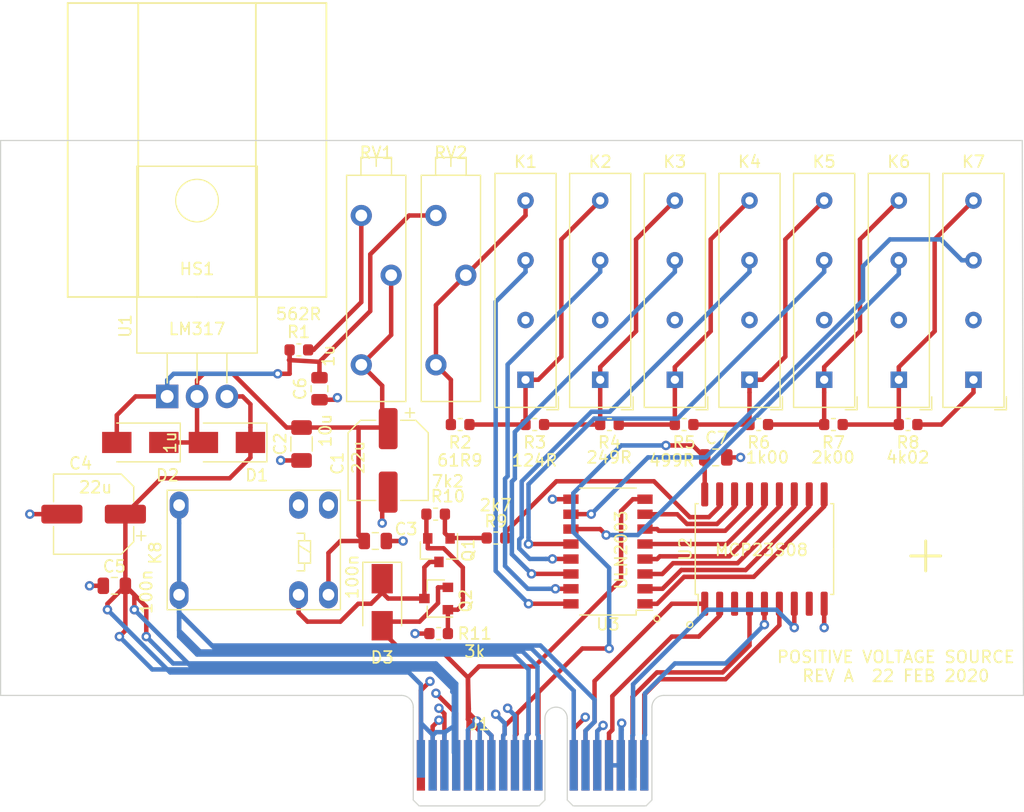
<source format=kicad_pcb>
(kicad_pcb (version 20171130) (host pcbnew "(5.1.5)-3")
  (layers (0 F.Cu signal) (1 In1.Cu power hide) (2 In2.Cu power hide) (31 B.Cu signal) (34 B.Paste user) (35 F.Paste user) (36 B.SilkS user) (37 F.SilkS user) (38 B.Mask user) (39 F.Mask user) (44 Edge.Cuts user))
  (net 0 "")
  (net 1 GNDREF)
  (net 2 +3V3)
  (net 3 /A0)
  (net 4 /~CS)
  (net 5 GND)
  (net 6 /SCK)
  (net 7 /A1)
  (net 8 /~RST)
  (net 9 /SI)
  (net 10 +12V)
  (net 11 "Net-(K1-Pad1)")
  (net 12 "Net-(K1-Pad5)")
  (net 13 "Net-(K1-Pad7)")
  (net 14 "Net-(K2-Pad1)")
  (net 15 "Net-(K2-Pad5)")
  (net 16 "Net-(K3-Pad1)")
  (net 17 "Net-(K3-Pad5)")
  (net 18 "Net-(K4-Pad1)")
  (net 19 "Net-(K4-Pad5)")
  (net 20 "Net-(K5-Pad1)")
  (net 21 "Net-(K5-Pad5)")
  (net 22 "Net-(K6-Pad1)")
  (net 23 "Net-(K6-Pad5)")
  (net 24 "Net-(K7-Pad5)")
  (net 25 "Net-(Q1-Pad1)")
  (net 26 "Net-(R1-Pad1)")
  (net 27 "Net-(U2-Pad8)")
  (net 28 "Net-(U2-Pad3)")
  (net 29 "Net-(Q1-Pad2)")
  (net 30 "Net-(D3-Pad1)")
  (net 31 "/Pos Reg/PVREG")
  (net 32 /+VUNREG)
  (net 33 "/Pos Reg/RSelect/RA")
  (net 34 /VPOS)
  (net 35 "/Pos Reg/D7")
  (net 36 "/Pos Reg/D6")
  (net 37 "/Pos Reg/D5")
  (net 38 "/Pos Reg/D4")
  (net 39 "/Pos Reg/D3")
  (net 40 "/Pos Reg/D2")
  (net 41 "/Pos Reg/D1")
  (net 42 "/Pos Reg/D0")
  (module Diode_SMD:D_SMA (layer F.Cu) (at 95.758 76.072 270)
    (fp_text reference D3 (at 4.7 0 180) (layer F.SilkS))
    (fp_text value SS34)
    (pad 2 smd rect (at 2 0 270) (size 2.5 1.8) (layers F.Cu F.Paste F.Mask) (net 5 GND))
    (pad 1 smd rect (at -2 0 270) (size 2.5 1.8) (layers F.Cu F.Paste F.Mask) (net 30 "Net-(D3-Pad1)"))
  )
  (module Diode_SMD:D_SMA (layer F.Cu) (at 75.184 62.484 180)
    (fp_text reference D2 (at -2.318 -2.794) (layer F.SilkS))
    (fp_text value SS34)
    (pad 2 smd rect (at 2 0 180) (size 2.5 1.8) (layers F.Cu F.Paste F.Mask) (net 33 "/Pos Reg/RSelect/RA"))
    (pad 1 smd rect (at -2 0 180) (size 2.5 1.8) (layers F.Cu F.Paste F.Mask) (net 31 "/Pos Reg/PVREG"))
  )
  (module Diode_SMD:D_SMA (layer F.Cu) (at 82.55 62.484 180)
    (fp_text reference D1 (at -2.54 -2.794) (layer F.SilkS))
    (fp_text value SS34)
    (pad 2 smd rect (at 2 0 180) (size 2.5 1.8) (layers F.Cu F.Paste F.Mask) (net 31 "/Pos Reg/PVREG"))
    (pad 1 smd rect (at -2 0 180) (size 2.5 1.8) (layers F.Cu F.Paste F.Mask) (net 32 /+VUNREG))
  )
  (module Resistor_SMD:R_0603_1608Metric (layer F.Cu) (at 100.3045 68.58)
    (fp_text reference R10 (at 1.0415 -1.524) (layer F.SilkS))
    (fp_text value 7k2)
    (pad 2 smd roundrect (at 0.7875 0) (size 0.875 0.95) (layers F.Cu F.Paste F.Mask) (net 25 "Net-(Q1-Pad1)"))
    (pad 1 smd roundrect (at -0.7875 0) (size 0.875 0.95) (layers F.Cu F.Paste F.Mask) (net 29 "Net-(Q1-Pad2)"))
  )
  (module Relay_THT:Relay_SPDT_HJR-4102 (layer F.Cu) (at 78.486 75.438 90)
    (fp_text reference K8 (at 3.556 -2.032 90) (layer F.SilkS))
    (fp_text value HRS1H-S-DC12V)
    (pad 6 thru_hole oval (at 0 12.7 90) (size 2.3 1.6) (drill 1) (layers *.Cu *.Mask) (net 31 "/Pos Reg/PVREG"))
    (pad 7 thru_hole oval (at 7.62 12.7 90) (size 2.3 1.6) (drill 1) (layers *.Cu *.Mask) (net 1 GNDREF))
    (pad 5 thru_hole oval (at 0 10.16 90) (size 2.3 1.6) (drill 1) (layers *.Cu *.Mask) (net 30 "Net-(D3-Pad1)"))
    (pad 1 thru_hole oval (at 0 0 90) (size 2.3 1.6) (drill 1) (layers *.Cu *.Mask) (net 34 /VPOS))
    (pad 8 thru_hole oval (at 7.62 10.16 90) (size 2.3 1.6) (drill 1) (layers *.Cu *.Mask) (net 10 +12V))
    (pad 12 thru_hole oval (at 7.62 0 90) (size 2.3 1.6) (drill 1) (layers *.Cu *.Mask) (net 34 /VPOS))
  )
  (module Package_TO_SOT_SMD:SOT-23 (layer F.Cu) (at 100.584 71.644 270)
    (fp_text reference Q1 (at 0 -2.5 90) (layer F.SilkS))
    (fp_text value SS8050)
    (pad 3 smd rect (at 1 0 270) (size 0.9 0.8) (layers F.Cu F.Paste F.Mask) (net 30 "Net-(D3-Pad1)"))
    (pad 2 smd rect (at -1 0.95 270) (size 0.9 0.8) (layers F.Cu F.Paste F.Mask) (net 29 "Net-(Q1-Pad2)"))
    (pad 1 smd rect (at -1 -0.95 270) (size 0.9 0.8) (layers F.Cu F.Paste F.Mask) (net 25 "Net-(Q1-Pad1)"))
  )
  (module Package_TO_SOT_SMD:SOT-23 (layer F.Cu) (at 100.346 75.758 180)
    (fp_text reference Q2 (at -2.524 -0.188 90) (layer F.SilkS))
    (fp_text value SS8050)
    (pad 3 smd rect (at 1 0 180) (size 0.9 0.8) (layers F.Cu F.Paste F.Mask) (net 30 "Net-(D3-Pad1)"))
    (pad 2 smd rect (at -1 0.95 180) (size 0.9 0.8) (layers F.Cu F.Paste F.Mask) (net 5 GND))
    (pad 1 smd rect (at -1 -0.95 180) (size 0.9 0.8) (layers F.Cu F.Paste F.Mask) (net 29 "Net-(Q1-Pad2)"))
  )
  (module Resistor_SMD:R_0603_1608Metric (layer F.Cu) (at 100.5585 78.74)
    (fp_text reference R11 (at 3.0735 0) (layer F.SilkS))
    (fp_text value 3k)
    (pad 2 smd roundrect (at 0.7875 0) (size 0.875 0.95) (layers F.Cu F.Paste F.Mask) (net 29 "Net-(Q1-Pad2)"))
    (pad 1 smd roundrect (at -0.7875 0) (size 0.875 0.95) (layers F.Cu F.Paste F.Mask) (net 1 GNDREF))
  )
  (module Package_TO_SOT_THT:TO-220-3_Horizontal_TabDown (layer F.Cu) (at 77.47 58.57)
    (fp_text reference U1 (at -3.556 -5.992 90) (layer F.SilkS))
    (fp_text value LM317)
    (pad 3 thru_hole oval (at 5.08 0) (size 1.905 2) (drill 1.1) (layers *.Cu *.Mask) (net 32 /+VUNREG))
    (pad 2 thru_hole oval (at 2.54 0) (size 1.905 2) (drill 1.1) (layers *.Cu *.Mask) (net 31 "/Pos Reg/PVREG"))
    (pad 1 thru_hole rect (at 0 0) (size 1.905 2) (drill 1.1) (layers *.Cu *.Mask) (net 33 "/Pos Reg/RSelect/RA"))
    (pad "" np_thru_hole oval (at 2.54 -16.66) (size 3.5 3.5) (drill 3.5) (layers *.Cu *.Mask))
  )
  (module programmer:Heatsink_22x10x25mm_1xFixation3mm (layer F.Cu) (at 80.01 41.91)
    (fp_text reference HS1 (at 0 5.82) (layer F.SilkS))
    (fp_text value Heatsink)
    (pad 1 thru_hole circle (at 0 0) (size 3.2 3.2) (drill 3.2) (layers *.Cu *.Mask))
  )
  (module Package_SO:SOP-16_4.4x10.4mm_P1.27mm (layer F.Cu) (at 114.96 71.76 180)
    (fp_text reference U3 (at 0 -6.2) (layer F.SilkS))
    (fp_text value ULN2003)
    (pad 16 smd rect (at 3.15 -4.45 180) (size 1.3 0.8) (layers F.Cu F.Paste F.Mask) (net 12 "Net-(K1-Pad5)"))
    (pad 15 smd rect (at 3.15 -3.17 180) (size 1.3 0.8) (layers F.Cu F.Paste F.Mask) (net 15 "Net-(K2-Pad5)"))
    (pad 14 smd rect (at 3.15 -1.91 180) (size 1.3 0.8) (layers F.Cu F.Paste F.Mask) (net 17 "Net-(K3-Pad5)"))
    (pad 13 smd rect (at 3.15 -0.64 180) (size 1.3 0.8) (layers F.Cu F.Paste F.Mask) (net 19 "Net-(K4-Pad5)"))
    (pad 12 smd rect (at 3.15 0.64 180) (size 1.3 0.8) (layers F.Cu F.Paste F.Mask) (net 21 "Net-(K5-Pad5)"))
    (pad 11 smd rect (at 3.15 1.91 180) (size 1.3 0.8) (layers F.Cu F.Paste F.Mask) (net 23 "Net-(K6-Pad5)"))
    (pad 10 smd rect (at 3.15 3.17 180) (size 1.3 0.8) (layers F.Cu F.Paste F.Mask) (net 24 "Net-(K7-Pad5)"))
    (pad 9 smd rect (at 3.15 4.45 180) (size 1.3 0.8) (layers F.Cu F.Paste F.Mask) (net 10 +12V))
    (pad 8 smd rect (at -3.15 4.45 180) (size 1.3 0.8) (layers F.Cu F.Paste F.Mask) (net 5 GND))
    (pad 7 smd rect (at -3.15 3.17 180) (size 1.3 0.8) (layers F.Cu F.Paste F.Mask) (net 36 "/Pos Reg/D6"))
    (pad 6 smd rect (at -3.15 1.91 180) (size 1.3 0.8) (layers F.Cu F.Paste F.Mask) (net 37 "/Pos Reg/D5"))
    (pad 5 smd rect (at -3.15 0.64 180) (size 1.3 0.8) (layers F.Cu F.Paste F.Mask) (net 38 "/Pos Reg/D4"))
    (pad 4 smd rect (at -3.15 -0.64 180) (size 1.3 0.8) (layers F.Cu F.Paste F.Mask) (net 39 "/Pos Reg/D3"))
    (pad 3 smd rect (at -3.15 -1.91 180) (size 1.3 0.8) (layers F.Cu F.Paste F.Mask) (net 40 "/Pos Reg/D2"))
    (pad 2 smd rect (at -3.15 -3.17 180) (size 1.3 0.8) (layers F.Cu F.Paste F.Mask) (net 41 "/Pos Reg/D1"))
    (pad 1 smd rect (at -3.15 -4.45 180) (size 1.3 0.8) (layers F.Cu F.Paste F.Mask) (net 42 "/Pos Reg/D0"))
  )
  (module Package_SO:SOIC-18W_7.5x11.6mm_P1.27mm (layer F.Cu) (at 128.27 71.55 90)
    (fp_text reference U2 (at 0 -6.72 90) (layer F.SilkS))
    (fp_text value MCP23S08)
    (pad 18 smd roundrect (at 4.65 -5.08 90) (size 2.05 0.6) (layers F.Cu F.Paste F.Mask) (net 2 +3V3))
    (pad 17 smd roundrect (at 4.65 -3.81 90) (size 2.05 0.6) (layers F.Cu F.Paste F.Mask) (net 35 "/Pos Reg/D7"))
    (pad 16 smd roundrect (at 4.65 -2.54 90) (size 2.05 0.6) (layers F.Cu F.Paste F.Mask) (net 36 "/Pos Reg/D6"))
    (pad 15 smd roundrect (at 4.65 -1.27 90) (size 2.05 0.6) (layers F.Cu F.Paste F.Mask) (net 37 "/Pos Reg/D5"))
    (pad 14 smd roundrect (at 4.65 0 90) (size 2.05 0.6) (layers F.Cu F.Paste F.Mask) (net 38 "/Pos Reg/D4"))
    (pad 13 smd roundrect (at 4.65 1.27 90) (size 2.05 0.6) (layers F.Cu F.Paste F.Mask) (net 39 "/Pos Reg/D3"))
    (pad 12 smd roundrect (at 4.65 2.54 90) (size 2.05 0.6) (layers F.Cu F.Paste F.Mask) (net 40 "/Pos Reg/D2"))
    (pad 11 smd roundrect (at 4.65 3.81 90) (size 2.05 0.6) (layers F.Cu F.Paste F.Mask) (net 41 "/Pos Reg/D1"))
    (pad 10 smd roundrect (at 4.65 5.08 90) (size 2.05 0.6) (layers F.Cu F.Paste F.Mask) (net 42 "/Pos Reg/D0"))
    (pad 9 smd roundrect (at -4.65 5.08 90) (size 2.05 0.6) (layers F.Cu F.Paste F.Mask) (net 1 GNDREF))
    (pad 8 smd roundrect (at -4.65 3.81 90) (size 2.05 0.6) (layers F.Cu F.Paste F.Mask) (net 27 "Net-(U2-Pad8)"))
    (pad 7 smd roundrect (at -4.65 2.54 90) (size 2.05 0.6) (layers F.Cu F.Paste F.Mask) (net 4 /~CS))
    (pad 6 smd roundrect (at -4.65 1.27 90) (size 2.05 0.6) (layers F.Cu F.Paste F.Mask) (net 8 /~RST))
    (pad 5 smd roundrect (at -4.65 0 90) (size 2.05 0.6) (layers F.Cu F.Paste F.Mask) (net 3 /A0))
    (pad 4 smd roundrect (at -4.65 -1.27 90) (size 2.05 0.6) (layers F.Cu F.Paste F.Mask) (net 7 /A1))
    (pad 3 smd roundrect (at -4.65 -2.54 90) (size 2.05 0.6) (layers F.Cu F.Paste F.Mask) (net 28 "Net-(U2-Pad3)"))
    (pad 2 smd roundrect (at -4.65 -3.81 90) (size 2.05 0.6) (layers F.Cu F.Paste F.Mask) (net 9 /SI))
    (pad 1 smd roundrect (at -4.65 -5.08 90) (size 2.05 0.6) (layers F.Cu F.Paste F.Mask) (net 6 /SCK))
  )
  (module Potentiometer_THT:Potentiometer_Vishay_43_Horizontal (layer F.Cu) (at 100.33 55.88 270)
    (fp_text reference RV2 (at -18.034 -1.27 180) (layer F.SilkS))
    (fp_text value 100R)
    (pad 3 thru_hole circle (at -12.7 0 270) (size 1.8 1.8) (drill 1) (layers *.Cu *.Mask) (net 33 "/Pos Reg/RSelect/RA"))
    (pad 2 thru_hole circle (at -7.62 -2.54 270) (size 1.8 1.8) (drill 1) (layers *.Cu *.Mask) (net 13 "Net-(K1-Pad7)"))
    (pad 1 thru_hole circle (at 0 0 270) (size 1.8 1.8) (drill 1) (layers *.Cu *.Mask) (net 13 "Net-(K1-Pad7)"))
  )
  (module Potentiometer_THT:Potentiometer_Vishay_43_Horizontal (layer F.Cu) (at 93.98 55.88 270)
    (fp_text reference RV1 (at -18.034 -1.27 180) (layer F.SilkS))
    (fp_text value 100R)
    (pad 3 thru_hole circle (at -12.7 0 270) (size 1.8 1.8) (drill 1) (layers *.Cu *.Mask) (net 26 "Net-(R1-Pad1)"))
    (pad 2 thru_hole circle (at -7.62 -2.54 270) (size 1.8 1.8) (drill 1) (layers *.Cu *.Mask) (net 31 "/Pos Reg/PVREG"))
    (pad 1 thru_hole circle (at 0 0 270) (size 1.8 1.8) (drill 1) (layers *.Cu *.Mask) (net 31 "/Pos Reg/PVREG"))
  )
  (module Resistor_SMD:R_0603_1608Metric (layer F.Cu) (at 105.4355 70.612)
    (fp_text reference R9 (at 0 -1.43) (layer F.SilkS))
    (fp_text value 2k7)
    (pad 2 smd roundrect (at 0.7875 0) (size 0.875 0.95) (layers F.Cu F.Paste F.Mask) (net 35 "/Pos Reg/D7"))
    (pad 1 smd roundrect (at -0.7875 0) (size 0.875 0.95) (layers F.Cu F.Paste F.Mask) (net 25 "Net-(Q1-Pad1)"))
  )
  (module Resistor_SMD:R_0603_1608Metric (layer F.Cu) (at 140.4875 60.96)
    (fp_text reference R8 (at 0 1.524) (layer F.SilkS))
    (fp_text value 4k02)
    (pad 2 smd roundrect (at 0.7875 0) (size 0.875 0.95) (layers F.Cu F.Paste F.Mask) (net 1 GNDREF))
    (pad 1 smd roundrect (at -0.7875 0) (size 0.875 0.95) (layers F.Cu F.Paste F.Mask) (net 22 "Net-(K6-Pad1)"))
  )
  (module Resistor_SMD:R_0603_1608Metric (layer F.Cu) (at 134.1375 60.96)
    (fp_text reference R7 (at 0 1.524) (layer F.SilkS))
    (fp_text value 2k00)
    (pad 2 smd roundrect (at 0.7875 0) (size 0.875 0.95) (layers F.Cu F.Paste F.Mask) (net 22 "Net-(K6-Pad1)"))
    (pad 1 smd roundrect (at -0.7875 0) (size 0.875 0.95) (layers F.Cu F.Paste F.Mask) (net 20 "Net-(K5-Pad1)"))
  )
  (module Resistor_SMD:R_0603_1608Metric (layer F.Cu) (at 127.7875 60.96)
    (fp_text reference R6 (at 0 1.524) (layer F.SilkS))
    (fp_text value 1k00)
    (pad 2 smd roundrect (at 0.7875 0) (size 0.875 0.95) (layers F.Cu F.Paste F.Mask) (net 20 "Net-(K5-Pad1)"))
    (pad 1 smd roundrect (at -0.7875 0) (size 0.875 0.95) (layers F.Cu F.Paste F.Mask) (net 18 "Net-(K4-Pad1)"))
  )
  (module Resistor_SMD:R_0603_1608Metric (layer F.Cu) (at 121.4375 60.96)
    (fp_text reference R5 (at 0 1.524) (layer F.SilkS))
    (fp_text value 499R)
    (pad 2 smd roundrect (at 0.7875 0) (size 0.875 0.95) (layers F.Cu F.Paste F.Mask) (net 18 "Net-(K4-Pad1)"))
    (pad 1 smd roundrect (at -0.7875 0) (size 0.875 0.95) (layers F.Cu F.Paste F.Mask) (net 16 "Net-(K3-Pad1)"))
  )
  (module Resistor_SMD:R_0603_1608Metric (layer F.Cu) (at 115.0875 60.96)
    (fp_text reference R4 (at 0 1.524) (layer F.SilkS))
    (fp_text value 249R)
    (pad 2 smd roundrect (at 0.7875 0) (size 0.875 0.95) (layers F.Cu F.Paste F.Mask) (net 16 "Net-(K3-Pad1)"))
    (pad 1 smd roundrect (at -0.7875 0) (size 0.875 0.95) (layers F.Cu F.Paste F.Mask) (net 14 "Net-(K2-Pad1)"))
  )
  (module Resistor_SMD:R_0603_1608Metric (layer F.Cu) (at 108.7375 60.96)
    (fp_text reference R3 (at 0 1.524) (layer F.SilkS))
    (fp_text value 124R)
    (pad 2 smd roundrect (at 0.7875 0) (size 0.875 0.95) (layers F.Cu F.Paste F.Mask) (net 14 "Net-(K2-Pad1)"))
    (pad 1 smd roundrect (at -0.7875 0) (size 0.875 0.95) (layers F.Cu F.Paste F.Mask) (net 11 "Net-(K1-Pad1)"))
  )
  (module Resistor_SMD:R_0603_1608Metric (layer F.Cu) (at 102.3875 60.96)
    (fp_text reference R2 (at 0 1.524) (layer F.SilkS))
    (fp_text value 61R9)
    (pad 2 smd roundrect (at 0.7875 0) (size 0.875 0.95) (layers F.Cu F.Paste F.Mask) (net 11 "Net-(K1-Pad1)"))
    (pad 1 smd roundrect (at -0.7875 0) (size 0.875 0.95) (layers F.Cu F.Paste F.Mask) (net 13 "Net-(K1-Pad7)"))
  )
  (module Resistor_SMD:R_0603_1608Metric (layer F.Cu) (at 88.6715 54.61 180)
    (fp_text reference R1 (at 0.0255 1.524) (layer F.SilkS))
    (fp_text value 562R)
    (pad 2 smd roundrect (at 0.7875 0 180) (size 0.875 0.95) (layers F.Cu F.Paste F.Mask) (net 33 "/Pos Reg/RSelect/RA"))
    (pad 1 smd roundrect (at -0.7875 0 180) (size 0.875 0.95) (layers F.Cu F.Paste F.Mask) (net 26 "Net-(R1-Pad1)"))
  )
  (module Relay_THT:Relay_SPST_StandexMeder_SIL_Form1A (layer F.Cu) (at 146.05 57.15 90)
    (fp_text reference K7 (at 18.542 0 180) (layer F.SilkS))
    (fp_text value SIP-1A12)
    (pad 1 thru_hole rect (at 0 0 90) (size 1.4 1.4) (drill 0.7) (layers *.Cu *.Mask) (net 1 GNDREF))
    (pad 3 thru_hole circle (at 5.08 0 90) (size 1.4 1.4) (drill 0.7) (layers *.Cu *.Mask) (net 10 +12V))
    (pad 5 thru_hole circle (at 10.16 0 90) (size 1.4 1.4) (drill 0.7) (layers *.Cu *.Mask) (net 24 "Net-(K7-Pad5)"))
    (pad 7 thru_hole circle (at 15.24 0 90) (size 1.4 1.4) (drill 0.7) (layers *.Cu *.Mask) (net 22 "Net-(K6-Pad1)"))
  )
  (module Relay_THT:Relay_SPST_StandexMeder_SIL_Form1A (layer F.Cu) (at 139.7 57.15 90)
    (fp_text reference K6 (at 18.542 0 180) (layer F.SilkS))
    (fp_text value SIP-1A12)
    (pad 1 thru_hole rect (at 0 0 90) (size 1.4 1.4) (drill 0.7) (layers *.Cu *.Mask) (net 22 "Net-(K6-Pad1)"))
    (pad 3 thru_hole circle (at 5.08 0 90) (size 1.4 1.4) (drill 0.7) (layers *.Cu *.Mask) (net 10 +12V))
    (pad 5 thru_hole circle (at 10.16 0 90) (size 1.4 1.4) (drill 0.7) (layers *.Cu *.Mask) (net 23 "Net-(K6-Pad5)"))
    (pad 7 thru_hole circle (at 15.24 0 90) (size 1.4 1.4) (drill 0.7) (layers *.Cu *.Mask) (net 20 "Net-(K5-Pad1)"))
  )
  (module Relay_THT:Relay_SPST_StandexMeder_SIL_Form1A (layer F.Cu) (at 133.35 57.15 90)
    (fp_text reference K5 (at 18.542 0 180) (layer F.SilkS))
    (fp_text value SIP-1A12)
    (pad 1 thru_hole rect (at 0 0 90) (size 1.4 1.4) (drill 0.7) (layers *.Cu *.Mask) (net 20 "Net-(K5-Pad1)"))
    (pad 3 thru_hole circle (at 5.08 0 90) (size 1.4 1.4) (drill 0.7) (layers *.Cu *.Mask) (net 10 +12V))
    (pad 5 thru_hole circle (at 10.16 0 90) (size 1.4 1.4) (drill 0.7) (layers *.Cu *.Mask) (net 21 "Net-(K5-Pad5)"))
    (pad 7 thru_hole circle (at 15.24 0 90) (size 1.4 1.4) (drill 0.7) (layers *.Cu *.Mask) (net 18 "Net-(K4-Pad1)"))
  )
  (module Relay_THT:Relay_SPST_StandexMeder_SIL_Form1A (layer F.Cu) (at 127 57.15 90)
    (fp_text reference K4 (at 18.542 0 180) (layer F.SilkS))
    (fp_text value SIP-1A12)
    (pad 1 thru_hole rect (at 0 0 90) (size 1.4 1.4) (drill 0.7) (layers *.Cu *.Mask) (net 18 "Net-(K4-Pad1)"))
    (pad 3 thru_hole circle (at 5.08 0 90) (size 1.4 1.4) (drill 0.7) (layers *.Cu *.Mask) (net 10 +12V))
    (pad 5 thru_hole circle (at 10.16 0 90) (size 1.4 1.4) (drill 0.7) (layers *.Cu *.Mask) (net 19 "Net-(K4-Pad5)"))
    (pad 7 thru_hole circle (at 15.24 0 90) (size 1.4 1.4) (drill 0.7) (layers *.Cu *.Mask) (net 16 "Net-(K3-Pad1)"))
  )
  (module Relay_THT:Relay_SPST_StandexMeder_SIL_Form1A (layer F.Cu) (at 120.65 57.15 90)
    (fp_text reference K3 (at 18.542 0 180) (layer F.SilkS))
    (fp_text value SIP-1A12)
    (pad 1 thru_hole rect (at 0 0 90) (size 1.4 1.4) (drill 0.7) (layers *.Cu *.Mask) (net 16 "Net-(K3-Pad1)"))
    (pad 3 thru_hole circle (at 5.08 0 90) (size 1.4 1.4) (drill 0.7) (layers *.Cu *.Mask) (net 10 +12V))
    (pad 5 thru_hole circle (at 10.16 0 90) (size 1.4 1.4) (drill 0.7) (layers *.Cu *.Mask) (net 17 "Net-(K3-Pad5)"))
    (pad 7 thru_hole circle (at 15.24 0 90) (size 1.4 1.4) (drill 0.7) (layers *.Cu *.Mask) (net 14 "Net-(K2-Pad1)"))
  )
  (module Relay_THT:Relay_SPST_StandexMeder_SIL_Form1A (layer F.Cu) (at 114.3 57.15 90)
    (fp_text reference K2 (at 18.542 0 180) (layer F.SilkS))
    (fp_text value SIP-1A12)
    (pad 1 thru_hole rect (at 0 0 90) (size 1.4 1.4) (drill 0.7) (layers *.Cu *.Mask) (net 14 "Net-(K2-Pad1)"))
    (pad 3 thru_hole circle (at 5.08 0 90) (size 1.4 1.4) (drill 0.7) (layers *.Cu *.Mask) (net 10 +12V))
    (pad 5 thru_hole circle (at 10.16 0 90) (size 1.4 1.4) (drill 0.7) (layers *.Cu *.Mask) (net 15 "Net-(K2-Pad5)"))
    (pad 7 thru_hole circle (at 15.24 0 90) (size 1.4 1.4) (drill 0.7) (layers *.Cu *.Mask) (net 11 "Net-(K1-Pad1)"))
  )
  (module Relay_THT:Relay_SPST_StandexMeder_SIL_Form1A (layer F.Cu) (at 107.95 57.15 90)
    (fp_text reference K1 (at 18.542 0 180) (layer F.SilkS))
    (fp_text value SIP-1A12)
    (pad 1 thru_hole rect (at 0 0 90) (size 1.4 1.4) (drill 0.7) (layers *.Cu *.Mask) (net 11 "Net-(K1-Pad1)"))
    (pad 3 thru_hole circle (at 5.08 0 90) (size 1.4 1.4) (drill 0.7) (layers *.Cu *.Mask) (net 10 +12V))
    (pad 5 thru_hole circle (at 10.16 0 90) (size 1.4 1.4) (drill 0.7) (layers *.Cu *.Mask) (net 12 "Net-(K1-Pad5)"))
    (pad 7 thru_hole circle (at 15.24 0 90) (size 1.4 1.4) (drill 0.7) (layers *.Cu *.Mask) (net 13 "Net-(K1-Pad7)"))
  )
  (module Connector_PCBEdge:BUS_PCIexpress_x1 (layer F.Cu) (at 99.04984 89.94648)
    (fp_text reference J1 (at 5 -3.5) (layer F.SilkS))
    (fp_text value Conn)
    (fp_arc (start 11.5 -4) (end 12.45 -4) (angle -180) (layer Edge.Cuts) (width 0.1))
    (fp_line (start 19.65 2.95) (end 19.15 3.45) (layer Edge.Cuts) (width 0.1))
    (fp_line (start 12.45 2.95) (end 12.95 3.45) (layer Edge.Cuts) (width 0.1))
    (fp_line (start 10.55 2.95) (end 10.05 3.45) (layer Edge.Cuts) (width 0.1))
    (fp_line (start -0.65 2.95) (end -0.15 3.45) (layer Edge.Cuts) (width 0.1))
    (fp_line (start 12.95 3.45) (end 19.15 3.45) (layer Edge.Cuts) (width 0.1))
    (fp_line (start 19.65 -4.95) (end 19.65 2.95) (layer Edge.Cuts) (width 0.1))
    (fp_line (start -0.15 3.45) (end 10.05 3.45) (layer Edge.Cuts) (width 0.1))
    (fp_line (start -0.65 -4.95) (end -0.65 2.95) (layer Edge.Cuts) (width 0.1))
    (fp_line (start 12.45 -4) (end 12.45 2.95) (layer Edge.Cuts) (width 0.1))
    (fp_line (start 10.55 -4) (end 10.55 2.95) (layer Edge.Cuts) (width 0.1))
    (pad A13 connect rect (at 14 0) (size 0.7 4.3) (layers B.Cu B.Mask) (net 34 /VPOS))
    (pad A12 connect rect (at 13 0) (size 0.7 4.3) (layers B.Cu B.Mask) (net 34 /VPOS))
    (pad A18 connect rect (at 19 0) (size 0.7 4.3) (layers B.Cu B.Mask) (net 3 /A0))
    (pad A17 connect rect (at 18 0) (size 0.7 4.3) (layers B.Cu B.Mask) (net 4 /~CS))
    (pad A16 connect rect (at 17 0) (size 0.7 4.3) (layers B.Cu B.Mask) (net 1 GNDREF))
    (pad A15 connect rect (at 16 0) (size 0.7 4.3) (layers B.Cu B.Mask) (net 1 GNDREF))
    (pad A14 connect rect (at 15 0) (size 0.7 4.3) (layers B.Cu B.Mask) (net 1 GNDREF))
    (pad A11 connect rect (at 10 0) (size 0.7 4.3) (layers B.Cu B.Mask) (net 34 /VPOS))
    (pad A10 connect rect (at 9 0) (size 0.7 4.3) (layers B.Cu B.Mask) (net 34 /VPOS))
    (pad A9 connect rect (at 8 0) (size 0.7 4.3) (layers B.Cu B.Mask) (net 1 GNDREF))
    (pad A8 connect rect (at 7 0) (size 0.7 4.3) (layers B.Cu B.Mask) (net 1 GNDREF))
    (pad A7 connect rect (at 6 0) (size 0.7 4.3) (layers B.Cu B.Mask) (net 5 GND))
    (pad A6 connect rect (at 5 0) (size 0.7 4.3) (layers B.Cu B.Mask) (net 5 GND))
    (pad A5 connect rect (at 4 0) (size 0.7 4.3) (layers B.Cu B.Mask) (net 5 GND))
    (pad A4 connect rect (at 3 0) (size 0.7 4.3) (layers B.Cu B.Mask) (net 32 /+VUNREG))
    (pad A3 connect rect (at 2 0) (size 0.7 4.3) (layers B.Cu B.Mask) (net 32 /+VUNREG))
    (pad A2 connect rect (at 1 0) (size 0.7 4.3) (layers B.Cu B.Mask) (net 32 /+VUNREG))
    (pad A1 connect rect (at 0 -0.55) (size 0.7 3.2) (layers B.Cu B.Mask) (net 32 /+VUNREG))
    (pad B13 connect rect (at 14 0) (size 0.7 4.3) (layers F.Cu F.Mask) (net 6 /SCK))
    (pad B12 connect rect (at 13 0) (size 0.7 4.3) (layers F.Cu F.Mask) (net 1 GNDREF))
    (pad B18 connect rect (at 19 0) (size 0.7 4.3) (layers F.Cu F.Mask) (net 8 /~RST))
    (pad B17 connect rect (at 18 -0.55) (size 0.7 3.2) (layers F.Cu F.Mask) (net 7 /A1))
    (pad B16 connect rect (at 17 0) (size 0.7 4.3) (layers F.Cu F.Mask) (net 1 GNDREF))
    (pad B15 connect rect (at 16 0) (size 0.7 4.3) (layers F.Cu F.Mask) (net 9 /SI))
    (pad B14 connect rect (at 15 0) (size 0.7 4.3) (layers F.Cu F.Mask) (net 1 GNDREF))
    (pad B11 connect rect (at 10 0) (size 0.7 4.3) (layers F.Cu F.Mask) (net 2 +3V3))
    (pad B10 connect rect (at 9 0) (size 0.7 4.3) (layers F.Cu F.Mask) (net 2 +3V3))
    (pad B9 connect rect (at 8 0) (size 0.7 4.3) (layers F.Cu F.Mask) (net 2 +3V3))
    (pad B8 connect rect (at 7 0) (size 0.7 4.3) (layers F.Cu F.Mask) (net 2 +3V3))
    (pad B7 connect rect (at 6 0) (size 0.7 4.3) (layers F.Cu F.Mask) (net 5 GND))
    (pad B6 connect rect (at 5 0) (size 0.7 4.3) (layers F.Cu F.Mask) (net 5 GND))
    (pad B5 connect rect (at 4 0) (size 0.7 4.3) (layers F.Cu F.Mask) (net 5 GND))
    (pad B4 connect rect (at 3 0) (size 0.7 4.3) (layers F.Cu F.Mask) (net 10 +12V))
    (pad B3 connect rect (at 2 0) (size 0.7 4.3) (layers F.Cu F.Mask) (net 10 +12V))
    (pad B2 connect rect (at 1 0) (size 0.7 4.3) (layers F.Cu F.Mask) (net 10 +12V))
    (pad B1 connect rect (at 0 0) (size 0.7 4.3) (layers F.Cu F.Mask) (net 10 +12V))
  )
  (module Capacitor_SMD:C_0805_2012Metric (layer F.Cu) (at 124.1275 63.754)
    (fp_text reference C7 (at 0.0785 -1.65) (layer F.SilkS))
    (fp_text value 100n)
    (pad 2 smd roundrect (at 0.9375 0) (size 0.975 1.4) (layers F.Cu F.Paste F.Mask) (net 1 GNDREF))
    (pad 1 smd roundrect (at -0.9375 0) (size 0.975 1.4) (layers F.Cu F.Paste F.Mask) (net 2 +3V3))
  )
  (module Capacitor_SMD:C_0805_2012Metric (layer F.Cu) (at 90.424 57.912 90)
    (fp_text reference C6 (at 0 -1.65 90) (layer F.SilkS))
    (fp_text value 1u)
    (pad 2 smd roundrect (at 0.9375 0 90) (size 0.975 1.4) (layers F.Cu F.Paste F.Mask) (net 33 "/Pos Reg/RSelect/RA"))
    (pad 1 smd roundrect (at -0.9375 0 90) (size 0.975 1.4) (layers F.Cu F.Paste F.Mask) (net 1 GNDREF))
  )
  (module Capacitor_SMD:C_0805_2012Metric (layer F.Cu) (at 72.9765 74.676)
    (fp_text reference C5 (at 0 -1.65) (layer F.SilkS))
    (fp_text value 100n)
    (pad 2 smd roundrect (at 0.9375 0) (size 0.975 1.4) (layers F.Cu F.Paste F.Mask) (net 32 /+VUNREG))
    (pad 1 smd roundrect (at -0.9375 0) (size 0.975 1.4) (layers F.Cu F.Paste F.Mask) (net 1 GNDREF))
  )
  (module Capacitor_SMD:CP_Elec_6.3x7.7 (layer F.Cu) (at 71.214 68.58 180)
    (fp_text reference C4 (at 1.11 4.318) (layer F.SilkS))
    (fp_text value 22u)
    (pad 2 smd roundrect (at 2.7 0 180) (size 3.5 1.6) (layers F.Cu F.Paste F.Mask) (roundrect_rratio 0.15625) (net 1 GNDREF))
    (pad 1 smd roundrect (at -2.7 0 180) (size 3.5 1.6) (layers F.Cu F.Paste F.Mask) (roundrect_rratio 0.15625) (net 32 /+VUNREG))
  )
  (module Capacitor_SMD:C_0805_2012Metric (layer F.Cu) (at 95.1715 70.866 180)
    (fp_text reference C3 (at -2.6185 1.016 180) (layer F.SilkS))
    (fp_text value 100n)
    (pad 2 smd roundrect (at 0.9375 0 180) (size 0.975 1.4) (layers F.Cu F.Paste F.Mask) (net 31 "/Pos Reg/PVREG"))
    (pad 1 smd roundrect (at -0.9375 0 180) (size 0.975 1.4) (layers F.Cu F.Paste F.Mask) (net 1 GNDREF))
  )
  (module Capacitor_SMD:C_1206_3216Metric (layer F.Cu) (at 88.9 62.614 90)
    (fp_text reference C2 (at 0 -1.82 90) (layer F.SilkS))
    (fp_text value 10u)
    (pad 2 smd roundrect (at 1.4 0 90) (size 1.25 1.75) (layers F.Cu F.Paste F.Mask) (roundrect_rratio 0.2) (net 31 "/Pos Reg/PVREG"))
    (pad 1 smd roundrect (at -1.4 0 90) (size 1.25 1.75) (layers F.Cu F.Paste F.Mask) (roundrect_rratio 0.2) (net 1 GNDREF))
  )
  (module Capacitor_SMD:CP_Elec_6.3x7.7 (layer F.Cu) (at 96.266 64.008 270)
    (fp_text reference C1 (at 0.254 4.318 90) (layer F.SilkS))
    (fp_text value 22u)
    (pad 2 smd roundrect (at 2.7 0 270) (size 3.5 1.6) (layers F.Cu F.Paste F.Mask) (roundrect_rratio 0.15625) (net 1 GNDREF))
    (pad 1 smd roundrect (at -2.7 0 270) (size 3.5 1.6) (layers F.Cu F.Paste F.Mask) (roundrect_rratio 0.15625) (net 31 "/Pos Reg/PVREG"))
  )
  (gr_line (start 141.986 70.866) (end 141.986 73.406) (layer F.SilkS) (width 0.254))
  (gr_line (start 140.716 72.136) (end 143.256 72.136) (layer F.SilkS) (width 0.254))
  (gr_text 1u (at 91.186 55.118 90) (layer F.SilkS) (effects (font (size 1 1))))
  (gr_text "POSITIVE VOLTAGE SOURCE\nREV A  22 FEB 2020" (at 139.446 81.534) (layer F.SilkS) (effects (font (size 1 1))))
  (gr_text LM317 (at 80.01 52.832) (layer F.SilkS) (effects (font (size 1 1))))
  (gr_text 3k (at 103.632 80.264) (layer F.SilkS) (effects (font (size 1 1))))
  (gr_text 2k7 (at 105.41 67.818) (layer F.SilkS) (effects (font (size 1 1))))
  (gr_text 7k2 (at 101.346 65.786) (layer F.SilkS) (effects (font (size 1 1))))
  (gr_text 100n (at 93.218 73.914 90) (layer F.SilkS) (effects (font (size 1 1))))
  (gr_text 100n (at 75.692 75.184 90) (layer F.SilkS) (effects (font (size 1 1))))
  (gr_text 1u (at 77.724 62.484 90) (layer F.SilkS) (effects (font (size 1 1))))
  (gr_text 10u (at 90.932 61.468 90) (layer F.SilkS) (effects (font (size 1 1))))
  (gr_text 22u (at 93.726 63.754 90) (layer F.SilkS) (effects (font (size 1 1))))
  (gr_text 22u (at 71.374 66.294) (layer F.SilkS) (effects (font (size 1 1))))
  (gr_text 562R (at 88.646 51.562) (layer F.SilkS) (effects (font (size 1 1))))
  (gr_text 61R9 (at 102.362 64.008) (layer F.SilkS) (effects (font (size 1 1))))
  (gr_text 124R (at 108.712 64.008) (layer F.SilkS) (effects (font (size 1 1))))
  (gr_text 249R (at 115.062 63.754) (layer F.SilkS) (effects (font (size 1 1))))
  (gr_text 499R (at 120.396 64.008) (layer F.SilkS) (effects (font (size 1 1))))
  (gr_text 1k00 (at 128.524 63.754) (layer F.SilkS) (effects (font (size 1 1))))
  (gr_text 2k00 (at 134.112 63.754) (layer F.SilkS) (effects (font (size 1 1))))
  (gr_text 4k02 (at 140.462 63.754) (layer F.SilkS) (effects (font (size 1 1))))
  (gr_text MCP23S08 (at 128.016 71.628) (layer F.SilkS) (effects (font (size 1 1))))
  (gr_text ULN2003 (at 116.078 71.628 90) (layer F.SilkS) (effects (font (size 1 1))))
  (gr_circle (center 119.126 77.47) (end 119.38 77.47) (layer F.SilkS) (width 0.12))
  (gr_circle (center 121.92 77.978) (end 121.92 78.232) (layer F.SilkS) (width 0.12))
  (gr_line (start 150.3 84) (end 119.7 84) (layer Edge.Cuts) (width 0.1))
  (gr_line (start 150.2 36.8) (end 150.3 84) (layer Edge.Cuts) (width 0.1))
  (gr_line (start 63.3 36.8) (end 150.2 36.8) (layer Edge.Cuts) (width 0.1))
  (gr_line (start 63.3 84) (end 63.3 36.8) (layer Edge.Cuts) (width 0.1))
  (gr_line (start 97.403491 84.000006) (end 63.3 84.000006) (layer Edge.Cuts) (width 0.1))
  (gr_arc (start 97.4 85) (end 98.4 85) (angle -89.8) (layer Edge.Cuts) (width 0.1))
  (gr_arc (start 119.7 85) (end 119.7 84) (angle -89.8) (layer Edge.Cuts) (width 0.1))
  (segment (start 146.05 58.231) (end 146.05 57.15) (width 0.381) (layer F.Cu) (net 1))
  (segment (start 143.321 60.96) (end 146.05 58.231) (width 0.381) (layer F.Cu) (net 1))
  (segment (start 141.275 60.96) (end 143.321 60.96) (width 0.381) (layer F.Cu) (net 1))
  (via (at 65.786 68.58) (size 0.8) (drill 0.4) (layers F.Cu B.Cu) (net 1))
  (segment (start 68.514 68.58) (end 65.786 68.58) (width 0.381) (layer F.Cu) (net 1))
  (segment (start 88.9 64.014) (end 87.128 64.014) (width 0.381) (layer F.Cu) (net 1))
  (via (at 87.122 64.008) (size 0.8) (drill 0.4) (layers F.Cu B.Cu) (net 1))
  (segment (start 87.128 64.014) (end 87.122 64.008) (width 0.381) (layer F.Cu) (net 1))
  (via (at 70.866 74.676) (size 0.8) (drill 0.4) (layers F.Cu B.Cu) (net 1))
  (segment (start 72.039 74.676) (end 70.866 74.676) (width 0.381) (layer F.Cu) (net 1))
  (via (at 97.536 70.866) (size 0.8) (drill 0.4) (layers F.Cu B.Cu) (net 1))
  (segment (start 96.109 70.866) (end 97.536 70.866) (width 0.381) (layer F.Cu) (net 1))
  (via (at 95.758 69.342) (size 0.8) (drill 0.4) (layers F.Cu B.Cu) (net 1))
  (segment (start 95.758 66.614) (end 95.758 69.342) (width 0.381) (layer F.Cu) (net 1))
  (via (at 98.552 78.74) (size 0.8) (drill 0.4) (layers F.Cu B.Cu) (net 1))
  (segment (start 99.771 78.74) (end 98.552 78.74) (width 0.381) (layer F.Cu) (net 1))
  (via (at 133.35 78.232) (size 0.8) (drill 0.4) (layers F.Cu B.Cu) (net 1))
  (segment (start 133.35 76.2) (end 133.35 78.232) (width 0.381) (layer F.Cu) (net 1))
  (via (at 126.238 63.754) (size 0.8) (drill 0.4) (layers F.Cu B.Cu) (net 1))
  (segment (start 125.065 63.754) (end 126.238 63.754) (width 0.381) (layer F.Cu) (net 1))
  (segment (start 115.04984 89.94648) (end 115.78084 89.94648) (width 0.381) (layer B.Cu) (net 1))
  (segment (start 112.04984 89.94648) (end 112.04984 86.83216) (width 0.381) (layer F.Cu) (net 1))
  (segment (start 116.04984 89.94648) (end 116.04984 86.434739) (width 0.381) (layer B.Cu) (net 1))
  (segment (start 116.04984 86.434739) (end 116.124579 86.36) (width 0.381) (layer F.Cu) (net 1))
  (segment (start 116.124579 86.925685) (end 116.124579 86.36) (width 0.381) (layer B.Cu) (net 1))
  (segment (start 116.124579 89.602741) (end 116.124579 86.925685) (width 0.381) (layer B.Cu) (net 1))
  (via (at 116.124579 86.36) (size 0.8) (drill 0.4) (layers F.Cu B.Cu) (net 1))
  (segment (start 115.78084 89.94648) (end 116.124579 89.602741) (width 0.381) (layer B.Cu) (net 1))
  (segment (start 114.04984 89.94648) (end 114.04984 87.044671) (width 0.381) (layer F.Cu) (net 1))
  (via (at 114.543567 86.550944) (size 0.8) (drill 0.4) (layers F.Cu B.Cu) (net 1))
  (segment (start 116.04984 86.434739) (end 116.124579 86.36) (width 0.381) (layer B.Cu) (net 1))
  (segment (start 114.04984 87.044671) (end 114.543567 86.550944) (width 0.381) (layer B.Cu) (net 1))
  (segment (start 114.04984 89.94648) (end 114.04984 87.044671) (width 0.381) (layer B.Cu) (net 1))
  (via (at 113.03 85.852) (size 0.8) (drill 0.4) (layers F.Cu B.Cu) (net 1))
  (segment (start 112.04984 86.83216) (end 113.03 85.852) (width 0.381) (layer F.Cu) (net 1))
  (segment (start 116.04984 89.94648) (end 116.04984 86.434739) (width 0.381) (layer F.Cu) (net 1))
  (segment (start 114.04984 87.044671) (end 114.543567 86.550944) (width 0.381) (layer F.Cu) (net 1))
  (segment (start 107.04984 89.94648) (end 107.04984 85.71384) (width 0.381) (layer B.Cu) (net 1))
  (via (at 106.426 85.09) (size 0.8) (drill 0.4) (layers F.Cu B.Cu) (net 1))
  (segment (start 107.04984 85.71384) (end 106.426 85.09) (width 0.381) (layer B.Cu) (net 1))
  (segment (start 106.04984 87.41548) (end 106.172 87.29332) (width 0.381) (layer B.Cu) (net 1))
  (segment (start 106.04984 89.94648) (end 106.04984 87.41548) (width 0.381) (layer B.Cu) (net 1))
  (via (at 105.41 85.598) (size 0.8) (drill 0.4) (layers F.Cu B.Cu) (net 1))
  (segment (start 106.172 87.29332) (end 106.172 86.36) (width 0.381) (layer B.Cu) (net 1))
  (segment (start 106.172 86.36) (end 105.41 85.598) (width 0.381) (layer B.Cu) (net 1))
  (segment (start 90.424 58.8495) (end 91.7725 58.8495) (width 0.381) (layer F.Cu) (net 1))
  (via (at 91.948 58.674) (size 0.8) (drill 0.4) (layers F.Cu B.Cu) (net 1))
  (segment (start 91.7725 58.8495) (end 91.948 58.674) (width 0.381) (layer F.Cu) (net 1))
  (segment (start 79.504 59.076) (end 80.01 58.57) (width 0.381) (layer F.Cu) (net 31))
  (segment (start 73.914 68.58) (end 73.914 74.676) (width 0.381) (layer F.Cu) (net 32))
  (segment (start 101.04984 89.94648) (end 101.04984 87.41548) (width 0.381) (layer B.Cu) (net 32))
  (segment (start 101.854 86.61132) (end 101.854 85.852) (width 0.381) (layer B.Cu) (net 32))
  (segment (start 101.854 88.87332) (end 101.854 85.852) (width 0.381) (layer B.Cu) (net 32))
  (segment (start 100.04984 87.41548) (end 100.34332 87.122) (width 0.381) (layer B.Cu) (net 32))
  (segment (start 100.04984 89.94648) (end 100.04984 87.41548) (width 0.381) (layer B.Cu) (net 32))
  (segment (start 100.34332 87.122) (end 101.092 87.122) (width 0.381) (layer B.Cu) (net 32))
  (segment (start 101.04984 87.41548) (end 101.092 87.122) (width 0.381) (layer B.Cu) (net 32))
  (segment (start 101.092 87.122) (end 101.854 86.61132) (width 0.381) (layer B.Cu) (net 32))
  (segment (start 73.914 74.676) (end 72.39 76.2) (width 0.381) (layer F.Cu) (net 32))
  (segment (start 98.02368 82.042) (end 77.724 82.042) (width 0.381) (layer B.Cu) (net 32))
  (segment (start 72.39 76.2) (end 72.39 76.708) (width 0.381) (layer F.Cu) (net 32))
  (segment (start 72.789999 77.107999) (end 72.39 76.708) (width 0.381) (layer B.Cu) (net 32))
  (via (at 72.39 76.708) (size 0.8) (drill 0.4) (layers F.Cu B.Cu) (net 32))
  (segment (start 99.04984 83.06816) (end 98.02368 82.042) (width 0.381) (layer B.Cu) (net 32))
  (segment (start 77.724 82.042) (end 72.789999 77.107999) (width 0.381) (layer B.Cu) (net 32))
  (segment (start 73.805999 79.393999) (end 73.406 78.994) (width 0.381) (layer B.Cu) (net 32))
  (segment (start 73.914 78.486) (end 73.406 78.994) (width 0.381) (layer F.Cu) (net 32))
  (segment (start 100.076 81.788) (end 76.2 81.788) (width 0.381) (layer B.Cu) (net 32))
  (segment (start 76.2 81.788) (end 73.805999 79.393999) (width 0.381) (layer B.Cu) (net 32))
  (segment (start 73.914 74.676) (end 73.914 78.486) (width 0.381) (layer F.Cu) (net 32))
  (segment (start 101.6 83.312) (end 100.076 81.788) (width 0.381) (layer B.Cu) (net 32))
  (via (at 73.406 78.994) (size 0.8) (drill 0.4) (layers F.Cu B.Cu) (net 32))
  (segment (start 73.914 74.676) (end 74.676 75.438) (width 0.381) (layer F.Cu) (net 32))
  (segment (start 74.676 75.438) (end 74.676 76.708) (width 0.381) (layer F.Cu) (net 32))
  (via (at 74.676 76.708) (size 0.8) (drill 0.4) (layers F.Cu B.Cu) (net 32))
  (via (at 75.692 78.994) (size 0.8) (drill 0.4) (layers F.Cu B.Cu) (net 32))
  (segment (start 100.33 81.28) (end 77.978 81.28) (width 0.381) (layer B.Cu) (net 32))
  (segment (start 73.914 74.676) (end 75.692 76.454) (width 0.381) (layer F.Cu) (net 32))
  (segment (start 77.978 81.28) (end 76.091999 79.393999) (width 0.381) (layer B.Cu) (net 32))
  (segment (start 102.04984 82.99984) (end 100.33 81.28) (width 0.381) (layer B.Cu) (net 32))
  (segment (start 75.692 76.454) (end 75.692 78.994) (width 0.381) (layer F.Cu) (net 32))
  (segment (start 76.091999 79.393999) (end 75.692 78.994) (width 0.381) (layer B.Cu) (net 32))
  (segment (start 102.04984 89.94648) (end 102.04984 82.99984) (width 0.381) (layer B.Cu) (net 32))
  (segment (start 100.04984 87.34984) (end 99.06 86.36) (width 0.381) (layer B.Cu) (net 32))
  (segment (start 100.04984 87.41548) (end 100.04984 87.34984) (width 0.381) (layer B.Cu) (net 32))
  (segment (start 99.04984 89.39648) (end 99.06 86.36) (width 0.381) (layer B.Cu) (net 32))
  (segment (start 99.06 86.36) (end 99.04984 83.06816) (width 0.381) (layer B.Cu) (net 32))
  (segment (start 101.854 83.82) (end 101.854 85.852) (width 0.381) (layer B.Cu) (net 32))
  (segment (start 100.076 81.534) (end 101.727 83.185) (width 0.381) (layer B.Cu) (net 32))
  (segment (start 101.727 83.693) (end 101.854 83.82) (width 0.381) (layer B.Cu) (net 32))
  (segment (start 79.502 81.534) (end 100.076 81.534) (width 0.381) (layer B.Cu) (net 32))
  (segment (start 101.727 83.185) (end 101.727 83.693) (width 0.381) (layer B.Cu) (net 32))
  (segment (start 74.676 76.708) (end 79.502 81.534) (width 0.381) (layer B.Cu) (net 32))
  (segment (start 100.33 43.18) (end 98.044 43.18) (width 0.381) (layer F.Cu) (net 33))
  (segment (start 98.044 43.18) (end 94.742 46.482) (width 0.381) (layer F.Cu) (net 33))
  (segment (start 94.742 46.482) (end 94.742 51.308) (width 0.381) (layer F.Cu) (net 33))
  (segment (start 94.742 51.308) (end 90.57449 55.47551) (width 0.381) (layer F.Cu) (net 33))
  (segment (start 87.884 55.425) (end 87.83349 55.47551) (width 0.381) (layer F.Cu) (net 33))
  (segment (start 87.884 54.61) (end 87.884 55.425) (width 0.381) (layer F.Cu) (net 33))
  (segment (start 123.19 63.754) (end 123.19 66.9) (width 0.381) (layer F.Cu) (net 2))
  (segment (start 109.04984 89.94648) (end 109.04984 83.73616) (width 0.381) (layer F.Cu) (net 2))
  (segment (start 109.04984 83.73616) (end 112.776 80.01) (width 0.381) (layer F.Cu) (net 2))
  (via (at 115.062 80.01) (size 0.8) (drill 0.4) (layers F.Cu B.Cu) (net 2))
  (segment (start 112.776 80.01) (end 115.062 80.01) (width 0.381) (layer F.Cu) (net 2))
  (segment (start 115.062 80.01) (end 115.062 73.152) (width 0.381) (layer B.Cu) (net 2))
  (segment (start 115.062 73.152) (end 112.014 70.104) (width 0.381) (layer B.Cu) (net 2))
  (segment (start 112.014 70.104) (end 112.014 66.802) (width 0.381) (layer B.Cu) (net 2))
  (via (at 119.888 62.738) (size 0.8) (drill 0.4) (layers F.Cu B.Cu) (net 2))
  (segment (start 112.014 66.802) (end 116.078 62.738) (width 0.381) (layer B.Cu) (net 2))
  (segment (start 116.078 62.738) (end 119.888 62.738) (width 0.381) (layer B.Cu) (net 2))
  (segment (start 122.174 62.738) (end 123.19 63.754) (width 0.381) (layer F.Cu) (net 2))
  (segment (start 119.888 62.738) (end 122.174 62.738) (width 0.381) (layer F.Cu) (net 2))
  (segment (start 108.04984 87.41548) (end 108.204 87.26132) (width 0.381) (layer F.Cu) (net 2))
  (segment (start 108.04984 89.94648) (end 108.04984 87.41548) (width 0.381) (layer F.Cu) (net 2))
  (segment (start 108.204 84.582) (end 109.04984 83.73616) (width 0.381) (layer F.Cu) (net 2))
  (segment (start 108.204 87.26132) (end 108.204 84.582) (width 0.381) (layer F.Cu) (net 2))
  (segment (start 107.04984 87.41548) (end 107.188 87.27732) (width 0.381) (layer F.Cu) (net 2))
  (segment (start 107.04984 89.94648) (end 107.04984 87.41548) (width 0.381) (layer F.Cu) (net 2))
  (segment (start 107.188 85.598) (end 108.204 84.582) (width 0.381) (layer F.Cu) (net 2))
  (segment (start 107.188 87.27732) (end 107.188 85.598) (width 0.381) (layer F.Cu) (net 2))
  (segment (start 106.04984 87.41548) (end 106.172 87.29332) (width 0.381) (layer F.Cu) (net 2))
  (segment (start 106.04984 89.94648) (end 106.04984 87.41548) (width 0.381) (layer F.Cu) (net 2))
  (segment (start 106.172 86.614) (end 107.188 85.598) (width 0.381) (layer F.Cu) (net 2))
  (segment (start 106.172 87.29332) (end 106.172 86.614) (width 0.381) (layer F.Cu) (net 2))
  (segment (start 78.486 69.349) (end 78.486 75.438) (width 0.381) (layer B.Cu) (net 34))
  (segment (start 78.486 67.818) (end 78.486 69.349) (width 0.381) (layer B.Cu) (net 34))
  (segment (start 80.264 80.264) (end 78.486 78.486) (width 0.381) (layer B.Cu) (net 34))
  (segment (start 109.04984 87.41548) (end 108.966 87.33164) (width 0.381) (layer B.Cu) (net 34))
  (segment (start 78.486 78.486) (end 78.486 75.438) (width 0.381) (layer B.Cu) (net 34))
  (segment (start 109.04984 89.94648) (end 109.04984 87.41548) (width 0.381) (layer B.Cu) (net 34))
  (segment (start 107.696 80.264) (end 80.264 80.264) (width 0.381) (layer B.Cu) (net 34))
  (segment (start 108.966 87.33164) (end 108.966 81.534) (width 0.381) (layer B.Cu) (net 34))
  (segment (start 108.966 81.534) (end 107.696 80.264) (width 0.381) (layer B.Cu) (net 34))
  (segment (start 80.01 80.518) (end 78.486 78.994) (width 0.381) (layer B.Cu) (net 34))
  (segment (start 108.04984 87.41548) (end 108.204 87.26132) (width 0.381) (layer B.Cu) (net 34))
  (segment (start 78.486 78.994) (end 78.486 75.438) (width 0.381) (layer B.Cu) (net 34))
  (segment (start 108.204 87.26132) (end 108.204 81.788) (width 0.381) (layer B.Cu) (net 34))
  (segment (start 108.04984 89.94648) (end 108.04984 87.41548) (width 0.381) (layer B.Cu) (net 34))
  (segment (start 108.204 81.788) (end 106.934 80.518) (width 0.381) (layer B.Cu) (net 34))
  (segment (start 106.934 80.518) (end 80.01 80.518) (width 0.381) (layer B.Cu) (net 34))
  (segment (start 113.820501 84.356501) (end 109.22 79.756) (width 0.381) (layer B.Cu) (net 34))
  (segment (start 113.04984 89.94648) (end 113.04984 87.002102) (width 0.381) (layer B.Cu) (net 34))
  (segment (start 113.820501 86.231441) (end 113.820501 84.356501) (width 0.381) (layer B.Cu) (net 34))
  (segment (start 78.486 76.969) (end 78.486 75.438) (width 0.381) (layer B.Cu) (net 34))
  (segment (start 109.22 79.756) (end 81.273 79.756) (width 0.381) (layer B.Cu) (net 34))
  (segment (start 113.04984 87.002102) (end 113.820501 86.231441) (width 0.381) (layer B.Cu) (net 34))
  (segment (start 81.273 79.756) (end 78.486 76.969) (width 0.381) (layer B.Cu) (net 34))
  (segment (start 81.527 80.01) (end 78.486 76.969) (width 0.381) (layer B.Cu) (net 34))
  (segment (start 108.458 80.01) (end 81.527 80.01) (width 0.381) (layer B.Cu) (net 34))
  (segment (start 112.04984 89.94648) (end 112.04984 83.60184) (width 0.381) (layer B.Cu) (net 34))
  (segment (start 112.04984 83.60184) (end 108.458 80.01) (width 0.381) (layer B.Cu) (net 34))
  (segment (start 118.04984 87.41548) (end 118.11 87.35532) (width 0.381) (layer B.Cu) (net 3))
  (segment (start 118.04984 89.94648) (end 118.04984 87.41548) (width 0.381) (layer B.Cu) (net 3))
  (segment (start 118.11 87.35532) (end 118.11 83.82) (width 0.381) (layer B.Cu) (net 3))
  (segment (start 118.11 83.82) (end 120.65 81.28) (width 0.381) (layer B.Cu) (net 3))
  (via (at 128.27 77.978) (size 0.8) (drill 0.4) (layers F.Cu B.Cu) (net 3))
  (segment (start 120.65 81.28) (end 124.968 81.28) (width 0.381) (layer B.Cu) (net 3))
  (segment (start 124.968 81.28) (end 128.27 77.978) (width 0.381) (layer B.Cu) (net 3))
  (segment (start 128.27 77.978) (end 128.27 76.2) (width 0.381) (layer F.Cu) (net 3))
  (segment (start 117.04984 87.41548) (end 117.094 87.37132) (width 0.381) (layer B.Cu) (net 4))
  (segment (start 117.04984 89.94648) (end 117.04984 87.41548) (width 0.381) (layer B.Cu) (net 4))
  (segment (start 117.094 87.37132) (end 117.094 83.058) (width 0.381) (layer B.Cu) (net 4))
  (segment (start 117.094 83.058) (end 123.444 76.708) (width 0.381) (layer B.Cu) (net 4))
  (via (at 130.81 78.232) (size 0.8) (drill 0.4) (layers F.Cu B.Cu) (net 4))
  (segment (start 123.444 76.708) (end 129.286 76.708) (width 0.381) (layer B.Cu) (net 4))
  (segment (start 129.286 76.708) (end 130.81 78.232) (width 0.381) (layer B.Cu) (net 4))
  (segment (start 130.81 78.232) (end 130.81 76.2) (width 0.381) (layer F.Cu) (net 4))
  (segment (start 95.758 78.553) (end 97.469 80.264) (width 0.381) (layer F.Cu) (net 5))
  (segment (start 95.758 77.722) (end 95.758 78.553) (width 0.381) (layer F.Cu) (net 5))
  (segment (start 97.469 80.264) (end 100.838 80.264) (width 0.381) (layer F.Cu) (net 5))
  (segment (start 100.838 80.264) (end 103.04984 82.47584) (width 0.381) (layer F.Cu) (net 5))
  (segment (start 103.04984 82.47584) (end 103.04984 86.03184) (width 0.381) (layer F.Cu) (net 5))
  (segment (start 104.04984 87.03184) (end 104.04984 89.94648) (width 0.381) (layer F.Cu) (net 5))
  (segment (start 103.04984 86.03184) (end 104.04984 87.03184) (width 0.381) (layer F.Cu) (net 5))
  (segment (start 105.04984 89.94648) (end 105.04984 87.41548) (width 0.381) (layer F.Cu) (net 5))
  (segment (start 103.124 85.48964) (end 103.124 85.09) (width 0.381) (layer F.Cu) (net 5))
  (segment (start 105.04984 87.41548) (end 103.124 85.48964) (width 0.381) (layer F.Cu) (net 5))
  (segment (start 103.04984 82.47584) (end 103.124 85.09) (width 0.381) (layer F.Cu) (net 5))
  (segment (start 103.124 85.09) (end 103.04984 89.94648) (width 0.381) (layer F.Cu) (net 5))
  (segment (start 98.934902 77.722) (end 95.758 77.722) (width 0.381) (layer F.Cu) (net 5))
  (segment (start 100.505499 74.817501) (end 100.505499 76.151403) (width 0.381) (layer F.Cu) (net 5))
  (segment (start 100.505499 76.151403) (end 98.934902 77.722) (width 0.381) (layer F.Cu) (net 5))
  (segment (start 101.346 74.808) (end 100.515 74.808) (width 0.381) (layer F.Cu) (net 5))
  (segment (start 100.515 74.808) (end 100.505499 74.817501) (width 0.381) (layer F.Cu) (net 5))
  (segment (start 117.079 67.31) (end 116.078 68.311) (width 0.381) (layer F.Cu) (net 5))
  (segment (start 118.11 67.31) (end 117.079 67.31) (width 0.381) (layer F.Cu) (net 5))
  (segment (start 116.078 68.311) (end 116.078 74.168) (width 0.381) (layer F.Cu) (net 5))
  (segment (start 116.078 74.168) (end 108.712 81.534) (width 0.381) (layer F.Cu) (net 5))
  (segment (start 103.99168 81.534) (end 103.04984 82.47584) (width 0.381) (layer F.Cu) (net 5))
  (segment (start 108.712 81.534) (end 103.99168 81.534) (width 0.381) (layer F.Cu) (net 5))
  (via (at 103.81318 86.17882) (size 0.8) (drill 0.4) (layers F.Cu B.Cu) (net 5))
  (segment (start 105.04984 89.94648) (end 105.04984 87.41548) (width 0.381) (layer B.Cu) (net 5))
  (segment (start 105.04984 87.41548) (end 103.81318 86.17882) (width 0.381) (layer B.Cu) (net 5))
  (segment (start 104.04984 86.41548) (end 103.81318 86.17882) (width 0.381) (layer B.Cu) (net 5))
  (segment (start 104.04984 89.94648) (end 104.04984 86.41548) (width 0.381) (layer B.Cu) (net 5))
  (segment (start 103.04984 86.94216) (end 103.81318 86.17882) (width 0.381) (layer B.Cu) (net 5))
  (segment (start 103.04984 89.94648) (end 103.04984 86.94216) (width 0.381) (layer B.Cu) (net 5))
  (segment (start 113.04984 87.002104) (end 113.820502 86.231442) (width 0.381) (layer F.Cu) (net 6))
  (segment (start 113.820502 86.231442) (end 113.820502 82.775498) (width 0.381) (layer F.Cu) (net 6))
  (segment (start 113.820502 82.775498) (end 120.396 76.2) (width 0.381) (layer F.Cu) (net 6))
  (segment (start 113.04984 89.94648) (end 113.04984 87.002104) (width 0.381) (layer F.Cu) (net 6))
  (segment (start 122.89 76.2) (end 123.19 76.2) (width 0.381) (layer F.Cu) (net 6))
  (segment (start 120.396 76.2) (end 122.89 76.2) (width 0.381) (layer F.Cu) (net 6))
  (segment (start 119.126 82.042) (end 117.04984 84.11816) (width 0.381) (layer F.Cu) (net 7))
  (segment (start 124.714 82.042) (end 119.126 82.042) (width 0.381) (layer F.Cu) (net 7))
  (segment (start 127 76.2) (end 127 79.756) (width 0.381) (layer F.Cu) (net 7))
  (segment (start 117.04984 84.11816) (end 117.04984 89.39648) (width 0.381) (layer F.Cu) (net 7))
  (segment (start 127 79.756) (end 124.714 82.042) (width 0.381) (layer F.Cu) (net 7))
  (segment (start 119.366662 82.62301) (end 124.954662 82.62301) (width 0.381) (layer F.Cu) (net 8))
  (segment (start 129.54 78.037672) (end 129.54 77.225) (width 0.381) (layer F.Cu) (net 8))
  (segment (start 129.54 77.225) (end 129.54 76.2) (width 0.381) (layer F.Cu) (net 8))
  (segment (start 124.954662 82.62301) (end 129.54 78.037672) (width 0.381) (layer F.Cu) (net 8))
  (segment (start 118.04984 83.939832) (end 119.366662 82.62301) (width 0.381) (layer F.Cu) (net 8))
  (segment (start 118.04984 89.94648) (end 118.04984 83.939832) (width 0.381) (layer F.Cu) (net 8))
  (segment (start 122.691 78.994) (end 124.46 77.225) (width 0.381) (layer F.Cu) (net 9))
  (segment (start 120.396 78.994) (end 122.691 78.994) (width 0.381) (layer F.Cu) (net 9))
  (segment (start 124.46 77.225) (end 124.46 76.2) (width 0.381) (layer F.Cu) (net 9))
  (segment (start 115.04984 87.214615) (end 115.334069 86.930386) (width 0.381) (layer F.Cu) (net 9))
  (segment (start 115.334069 84.055931) (end 120.396 78.994) (width 0.381) (layer F.Cu) (net 9))
  (segment (start 115.334069 86.930386) (end 115.334069 84.055931) (width 0.381) (layer F.Cu) (net 9))
  (segment (start 115.04984 89.94648) (end 115.04984 87.214615) (width 0.381) (layer F.Cu) (net 9))
  (via (at 110.236 67.31) (size 0.8) (drill 0.4) (layers F.Cu B.Cu) (net 10))
  (segment (start 111.81 67.31) (end 110.236 67.31) (width 0.381) (layer F.Cu) (net 10))
  (via (at 100.33 83.82) (size 0.8) (drill 0.4) (layers F.Cu B.Cu) (net 10))
  (segment (start 102.04984 89.94648) (end 102.04984 85.53984) (width 0.381) (layer F.Cu) (net 10))
  (segment (start 102.04984 85.53984) (end 100.33 83.82) (width 0.381) (layer F.Cu) (net 10))
  (via (at 100.584 85.09) (size 0.8) (drill 0.4) (layers F.Cu B.Cu) (net 10))
  (segment (start 101.04984 85.55584) (end 100.584 85.09) (width 0.381) (layer F.Cu) (net 10))
  (segment (start 101.04984 89.94648) (end 101.04984 85.55584) (width 0.381) (layer F.Cu) (net 10))
  (via (at 99.822 82.804) (size 0.8) (drill 0.4) (layers F.Cu B.Cu) (net 10))
  (segment (start 99.04984 89.94648) (end 99.04984 83.57616) (width 0.381) (layer F.Cu) (net 10))
  (segment (start 99.04984 83.57616) (end 99.822 82.804) (width 0.381) (layer F.Cu) (net 10))
  (segment (start 100.04984 86.64016) (end 100.584 86.106) (width 0.381) (layer F.Cu) (net 10))
  (segment (start 100.04984 89.94648) (end 100.04984 86.64016) (width 0.381) (layer F.Cu) (net 10))
  (via (at 100.584 86.106) (size 0.8) (drill 0.4) (layers F.Cu B.Cu) (net 10))
  (segment (start 103.175 60.96) (end 107.95 60.96) (width 0.381) (layer F.Cu) (net 11))
  (segment (start 107.95 57.15) (end 107.95 60.96) (width 0.381) (layer F.Cu) (net 11))
  (segment (start 109.031 57.15) (end 110.998 55.183) (width 0.381) (layer F.Cu) (net 11))
  (segment (start 107.95 57.15) (end 109.031 57.15) (width 0.381) (layer F.Cu) (net 11))
  (segment (start 110.998 45.212) (end 114.3 41.91) (width 0.381) (layer F.Cu) (net 11))
  (segment (start 110.998 55.183) (end 110.998 45.212) (width 0.381) (layer F.Cu) (net 11))
  (segment (start 107.95 47.979949) (end 105.41 50.519949) (width 0.381) (layer B.Cu) (net 12))
  (segment (start 107.95 46.99) (end 107.95 47.979949) (width 0.381) (layer B.Cu) (net 12))
  (segment (start 105.41 50.519949) (end 105.41 73.406) (width 0.381) (layer B.Cu) (net 12))
  (via (at 108.204 76.2) (size 0.8) (drill 0.4) (layers F.Cu B.Cu) (net 12))
  (segment (start 105.41 73.406) (end 108.204 76.2) (width 0.381) (layer B.Cu) (net 12))
  (segment (start 111.8 76.2) (end 111.81 76.21) (width 0.381) (layer F.Cu) (net 12))
  (segment (start 108.204 76.2) (end 111.8 76.2) (width 0.381) (layer F.Cu) (net 12))
  (segment (start 101.6 57.15) (end 101.6 60.96) (width 0.381) (layer F.Cu) (net 13))
  (segment (start 100.33 55.88) (end 101.6 57.15) (width 0.381) (layer F.Cu) (net 13))
  (segment (start 100.33 50.8) (end 102.87 48.26) (width 0.381) (layer F.Cu) (net 13))
  (segment (start 100.33 55.88) (end 100.33 50.8) (width 0.381) (layer F.Cu) (net 13))
  (segment (start 107.95 43.18) (end 107.95 41.91) (width 0.381) (layer F.Cu) (net 13))
  (segment (start 102.87 48.26) (end 107.95 43.18) (width 0.381) (layer F.Cu) (net 13))
  (segment (start 109.525 60.96) (end 114.3 60.96) (width 0.381) (layer F.Cu) (net 14))
  (segment (start 114.3 57.15) (end 114.3 60.96) (width 0.381) (layer F.Cu) (net 14))
  (segment (start 114.3 56.069) (end 117.348 53.021) (width 0.381) (layer F.Cu) (net 14))
  (segment (start 114.3 57.15) (end 114.3 56.069) (width 0.381) (layer F.Cu) (net 14))
  (segment (start 117.348 45.212) (end 120.65 41.91) (width 0.381) (layer F.Cu) (net 14))
  (segment (start 117.348 53.021) (end 117.348 45.212) (width 0.381) (layer F.Cu) (net 14))
  (via (at 110.49 74.93) (size 0.8) (drill 0.4) (layers F.Cu B.Cu) (net 15))
  (segment (start 110.49 74.93) (end 111.81 74.93) (width 0.381) (layer F.Cu) (net 15))
  (segment (start 108.144327 74.93) (end 109.924315 74.93) (width 0.381) (layer B.Cu) (net 15))
  (segment (start 114.3 47.979949) (end 106.426 55.853949) (width 0.381) (layer B.Cu) (net 15))
  (segment (start 109.924315 74.93) (end 110.49 74.93) (width 0.381) (layer B.Cu) (net 15))
  (segment (start 106.206967 72.99264) (end 108.144327 74.93) (width 0.381) (layer B.Cu) (net 15))
  (segment (start 114.3 46.99) (end 114.3 47.979949) (width 0.381) (layer B.Cu) (net 15))
  (segment (start 106.426 55.853949) (end 106.426 65.352981) (width 0.381) (layer B.Cu) (net 15))
  (segment (start 106.426 65.352981) (end 106.206967 65.572014) (width 0.381) (layer B.Cu) (net 15))
  (segment (start 106.206967 65.572014) (end 106.206967 72.99264) (width 0.381) (layer B.Cu) (net 15))
  (segment (start 115.875 60.96) (end 120.65 60.96) (width 0.381) (layer F.Cu) (net 16))
  (segment (start 120.65 57.15) (end 120.65 60.96) (width 0.381) (layer F.Cu) (net 16))
  (segment (start 120.65 56.069) (end 123.698 53.021) (width 0.381) (layer F.Cu) (net 16))
  (segment (start 120.65 57.15) (end 120.65 56.069) (width 0.381) (layer F.Cu) (net 16))
  (segment (start 123.698 45.212) (end 127 41.91) (width 0.381) (layer F.Cu) (net 16))
  (segment (start 123.698 53.021) (end 123.698 45.212) (width 0.381) (layer F.Cu) (net 16))
  (via (at 108.458 73.66) (size 0.8) (drill 0.4) (layers F.Cu B.Cu) (net 17))
  (segment (start 111.8 73.66) (end 111.81 73.67) (width 0.381) (layer F.Cu) (net 17))
  (segment (start 108.458 73.66) (end 111.8 73.66) (width 0.381) (layer F.Cu) (net 17))
  (segment (start 106.787978 65.812676) (end 106.787978 71.989978) (width 0.381) (layer B.Cu) (net 17))
  (segment (start 107.041978 61.587971) (end 107.041978 65.558676) (width 0.381) (layer B.Cu) (net 17))
  (segment (start 108.058001 73.260001) (end 108.458 73.66) (width 0.381) (layer B.Cu) (net 17))
  (segment (start 107.041978 65.558676) (end 106.787978 65.812676) (width 0.381) (layer B.Cu) (net 17))
  (segment (start 120.65 46.99) (end 120.65 47.979949) (width 0.381) (layer B.Cu) (net 17))
  (segment (start 120.65 47.979949) (end 107.041978 61.587971) (width 0.381) (layer B.Cu) (net 17))
  (segment (start 106.787978 71.989978) (end 108.058001 73.260001) (width 0.381) (layer B.Cu) (net 17))
  (segment (start 122.225 60.96) (end 127 60.96) (width 0.381) (layer F.Cu) (net 18))
  (segment (start 127 58.231) (end 127 60.96) (width 0.381) (layer F.Cu) (net 18))
  (segment (start 127 57.15) (end 127 58.231) (width 0.381) (layer F.Cu) (net 18))
  (segment (start 128.081 57.15) (end 130.048 55.183) (width 0.381) (layer F.Cu) (net 18))
  (segment (start 127 57.15) (end 128.081 57.15) (width 0.381) (layer F.Cu) (net 18))
  (segment (start 130.048 45.212) (end 133.35 41.91) (width 0.381) (layer F.Cu) (net 18))
  (segment (start 130.048 55.183) (end 130.048 45.212) (width 0.381) (layer F.Cu) (net 18))
  (via (at 110.236 72.39) (size 0.8) (drill 0.4) (layers F.Cu B.Cu) (net 19))
  (segment (start 111.8 72.39) (end 111.81 72.4) (width 0.381) (layer F.Cu) (net 19))
  (segment (start 110.236 72.39) (end 111.8 72.39) (width 0.381) (layer F.Cu) (net 19))
  (segment (start 107.413499 70.740559) (end 107.413499 71.499441) (width 0.381) (layer B.Cu) (net 19))
  (segment (start 115.10896 59.870989) (end 113.551338 59.870989) (width 0.381) (layer B.Cu) (net 19))
  (segment (start 108.304058 72.39) (end 109.670315 72.39) (width 0.381) (layer B.Cu) (net 19))
  (segment (start 107.413499 71.499441) (end 108.304058 72.39) (width 0.381) (layer B.Cu) (net 19))
  (segment (start 107.622989 70.531069) (end 107.413499 70.740559) (width 0.381) (layer B.Cu) (net 19))
  (segment (start 127 46.99) (end 127 47.979949) (width 0.381) (layer B.Cu) (net 19))
  (segment (start 113.551338 59.870989) (end 107.622989 65.799338) (width 0.381) (layer B.Cu) (net 19))
  (segment (start 109.670315 72.39) (end 110.236 72.39) (width 0.381) (layer B.Cu) (net 19))
  (segment (start 127 47.979949) (end 115.10896 59.870989) (width 0.381) (layer B.Cu) (net 19))
  (segment (start 107.622989 65.799338) (end 107.622989 70.531069) (width 0.381) (layer B.Cu) (net 19))
  (segment (start 128.575 60.96) (end 133.35 60.96) (width 0.381) (layer F.Cu) (net 20))
  (segment (start 133.35 58.231) (end 133.35 60.96) (width 0.381) (layer F.Cu) (net 20))
  (segment (start 133.35 57.15) (end 133.35 58.231) (width 0.381) (layer F.Cu) (net 20))
  (segment (start 133.35 56.069) (end 136.398 53.021) (width 0.381) (layer F.Cu) (net 20))
  (segment (start 133.35 57.15) (end 133.35 56.069) (width 0.381) (layer F.Cu) (net 20))
  (segment (start 136.398 45.212) (end 139.7 41.91) (width 0.381) (layer F.Cu) (net 20))
  (segment (start 136.398 53.021) (end 136.398 45.212) (width 0.381) (layer F.Cu) (net 20))
  (segment (start 120.877949 60.452) (end 113.792 60.452) (width 0.381) (layer B.Cu) (net 21))
  (segment (start 133.35 47.979949) (end 120.877949 60.452) (width 0.381) (layer B.Cu) (net 21))
  (segment (start 133.35 46.99) (end 133.35 47.979949) (width 0.381) (layer B.Cu) (net 21))
  (segment (start 108.204 70.554315) (end 108.204 71.12) (width 0.381) (layer B.Cu) (net 21))
  (segment (start 113.792 60.452) (end 108.204 66.04) (width 0.381) (layer B.Cu) (net 21))
  (segment (start 108.204 66.04) (end 108.204 70.554315) (width 0.381) (layer B.Cu) (net 21))
  (via (at 108.204 71.12) (size 0.8) (drill 0.4) (layers F.Cu B.Cu) (net 21))
  (segment (start 111.81 71.12) (end 108.204 71.12) (width 0.381) (layer F.Cu) (net 21))
  (segment (start 134.925 60.96) (end 139.7 60.96) (width 0.381) (layer F.Cu) (net 22))
  (segment (start 139.7 57.15) (end 139.7 60.96) (width 0.381) (layer F.Cu) (net 22))
  (segment (start 139.7 56.069) (end 142.748 53.021) (width 0.381) (layer F.Cu) (net 22))
  (segment (start 139.7 57.15) (end 139.7 56.069) (width 0.381) (layer F.Cu) (net 22))
  (segment (start 142.748 45.212) (end 146.05 41.91) (width 0.381) (layer F.Cu) (net 22))
  (segment (start 142.748 53.021) (end 142.748 45.212) (width 0.381) (layer F.Cu) (net 22))
  (segment (start 139.7 46.99) (end 139.7 48.155615) (width 0.381) (layer B.Cu) (net 23))
  (via (at 114.808 70.358) (size 0.8) (drill 0.4) (layers F.Cu B.Cu) (net 23))
  (segment (start 114.3 69.85) (end 114.808 70.358) (width 0.381) (layer F.Cu) (net 23))
  (segment (start 115.373685 70.358) (end 114.808 70.358) (width 0.381) (layer B.Cu) (net 23))
  (segment (start 111.81 69.85) (end 114.3 69.85) (width 0.381) (layer F.Cu) (net 23))
  (segment (start 139.7 48.155615) (end 117.497615 70.358) (width 0.381) (layer B.Cu) (net 23))
  (segment (start 117.497615 70.358) (end 115.373685 70.358) (width 0.381) (layer B.Cu) (net 23))
  (segment (start 145.060051 46.99) (end 143.282051 45.212) (width 0.381) (layer B.Cu) (net 24))
  (segment (start 146.05 46.99) (end 145.060051 46.99) (width 0.381) (layer B.Cu) (net 24))
  (segment (start 143.282051 45.212) (end 138.938 45.212) (width 0.381) (layer B.Cu) (net 24))
  (segment (start 138.938 45.212) (end 136.652 47.498) (width 0.381) (layer B.Cu) (net 24))
  (segment (start 136.652 50.381942) (end 123.279942 63.754) (width 0.381) (layer B.Cu) (net 24))
  (segment (start 136.652 47.498) (end 136.652 50.381942) (width 0.381) (layer B.Cu) (net 24))
  (segment (start 123.279942 63.754) (end 118.364 63.754) (width 0.381) (layer B.Cu) (net 24))
  (via (at 113.538 68.58) (size 0.8) (drill 0.4) (layers F.Cu B.Cu) (net 24))
  (segment (start 118.364 63.754) (end 113.538 68.58) (width 0.381) (layer B.Cu) (net 24))
  (segment (start 111.82 68.58) (end 111.81 68.59) (width 0.381) (layer F.Cu) (net 24))
  (segment (start 113.538 68.58) (end 111.82 68.58) (width 0.381) (layer F.Cu) (net 24))
  (segment (start 101.092 70.202) (end 101.534 70.644) (width 0.381) (layer F.Cu) (net 25))
  (segment (start 101.092 68.58) (end 101.092 70.202) (width 0.381) (layer F.Cu) (net 25))
  (segment (start 101.566 70.612) (end 101.534 70.644) (width 0.381) (layer F.Cu) (net 25))
  (segment (start 104.648 70.612) (end 101.566 70.612) (width 0.381) (layer F.Cu) (net 25))
  (segment (start 89.916 54.61) (end 89.459 54.61) (width 0.381) (layer F.Cu) (net 26))
  (segment (start 93.98 43.18) (end 93.98 50.546) (width 0.381) (layer F.Cu) (net 26))
  (segment (start 93.98 50.546) (end 89.916 54.61) (width 0.381) (layer F.Cu) (net 26))
  (segment (start 106.223 70.137) (end 106.223 70.612) (width 0.381) (layer F.Cu) (net 35))
  (segment (start 110.574 65.786) (end 106.223 70.137) (width 0.381) (layer F.Cu) (net 35))
  (segment (start 124.46 66.9) (end 124.46 67.925) (width 0.381) (layer F.Cu) (net 35))
  (segment (start 124.46 67.925) (end 123.551 68.834) (width 0.381) (layer F.Cu) (net 35))
  (segment (start 123.551 68.834) (end 121.92 68.834) (width 0.381) (layer F.Cu) (net 35))
  (segment (start 118.872 65.786) (end 110.574 65.786) (width 0.381) (layer F.Cu) (net 35))
  (segment (start 121.92 68.834) (end 118.872 65.786) (width 0.381) (layer F.Cu) (net 35))
  (segment (start 124.239989 69.415011) (end 125.73 67.925) (width 0.381) (layer F.Cu) (net 36))
  (segment (start 120.854328 68.59) (end 121.679338 69.415011) (width 0.381) (layer F.Cu) (net 36))
  (segment (start 125.73 67.925) (end 125.73 66.9) (width 0.381) (layer F.Cu) (net 36))
  (segment (start 121.679338 69.415011) (end 124.239989 69.415011) (width 0.381) (layer F.Cu) (net 36))
  (segment (start 118.11 68.59) (end 120.854328 68.59) (width 0.381) (layer F.Cu) (net 36))
  (segment (start 124.92898 69.99602) (end 127 67.925) (width 0.381) (layer F.Cu) (net 37))
  (segment (start 119.28702 69.99602) (end 124.92898 69.99602) (width 0.381) (layer F.Cu) (net 37))
  (segment (start 118.11 69.85) (end 119.141 69.85) (width 0.381) (layer F.Cu) (net 37))
  (segment (start 127 67.925) (end 127 66.9) (width 0.381) (layer F.Cu) (net 37))
  (segment (start 119.141 69.85) (end 119.28702 69.99602) (width 0.381) (layer F.Cu) (net 37))
  (segment (start 125.075 71.12) (end 128.27 67.925) (width 0.381) (layer F.Cu) (net 38))
  (segment (start 128.27 67.925) (end 128.27 66.9) (width 0.381) (layer F.Cu) (net 38))
  (segment (start 118.11 71.12) (end 125.075 71.12) (width 0.381) (layer F.Cu) (net 38))
  (segment (start 119.141 72.4) (end 119.370033 72.170967) (width 0.381) (layer F.Cu) (net 39))
  (segment (start 119.370033 72.170967) (end 125.294033 72.170967) (width 0.381) (layer F.Cu) (net 39))
  (segment (start 129.54 67.925) (end 129.54 66.9) (width 0.381) (layer F.Cu) (net 39))
  (segment (start 118.11 72.4) (end 119.141 72.4) (width 0.381) (layer F.Cu) (net 39))
  (segment (start 125.294033 72.170967) (end 129.54 67.925) (width 0.381) (layer F.Cu) (net 39))
  (segment (start 120.497349 72.751978) (end 125.983022 72.751978) (width 0.381) (layer F.Cu) (net 40))
  (segment (start 130.81 67.925) (end 130.81 66.9) (width 0.381) (layer F.Cu) (net 40))
  (segment (start 125.983022 72.751978) (end 130.81 67.925) (width 0.381) (layer F.Cu) (net 40))
  (segment (start 119.579327 73.67) (end 120.497349 72.751978) (width 0.381) (layer F.Cu) (net 40))
  (segment (start 118.11 73.67) (end 119.579327 73.67) (width 0.381) (layer F.Cu) (net 40))
  (segment (start 121.196338 73.332989) (end 126.672011 73.332989) (width 0.381) (layer F.Cu) (net 41))
  (segment (start 118.11 74.93) (end 119.599327 74.93) (width 0.381) (layer F.Cu) (net 41))
  (segment (start 119.599327 74.93) (end 121.196338 73.332989) (width 0.381) (layer F.Cu) (net 41))
  (segment (start 132.08 67.925) (end 132.08 66.9) (width 0.381) (layer F.Cu) (net 41))
  (segment (start 126.672011 73.332989) (end 132.08 67.925) (width 0.381) (layer F.Cu) (net 41))
  (segment (start 118.11 76.21) (end 119.141 76.21) (width 0.381) (layer F.Cu) (net 42))
  (segment (start 119.141 76.21) (end 121.437 73.914) (width 0.381) (layer F.Cu) (net 42))
  (segment (start 133.35 67.925) (end 133.35 66.9) (width 0.381) (layer F.Cu) (net 42))
  (segment (start 127.361 73.914) (end 133.35 67.925) (width 0.381) (layer F.Cu) (net 42))
  (segment (start 121.437 73.914) (end 127.361 73.914) (width 0.381) (layer F.Cu) (net 42))
  (segment (start 96.52 53.34) (end 96.52 48.26) (width 0.381) (layer F.Cu) (net 31))
  (segment (start 93.98 55.88) (end 96.52 53.34) (width 0.381) (layer F.Cu) (net 31))
  (segment (start 95.758 57.658) (end 95.758 61.214) (width 0.381) (layer F.Cu) (net 31))
  (segment (start 93.98 55.88) (end 95.758 57.658) (width 0.381) (layer F.Cu) (net 31))
  (segment (start 94.234 70.866) (end 93.748473 70.380473) (width 0.381) (layer F.Cu) (net 31))
  (segment (start 88.9 61.214) (end 93.726 61.214) (width 0.381) (layer F.Cu) (net 31))
  (segment (start 93.748473 61.236473) (end 93.726 61.214) (width 0.381) (layer F.Cu) (net 31))
  (segment (start 93.748473 70.380473) (end 93.748473 61.236473) (width 0.381) (layer F.Cu) (net 31))
  (segment (start 93.726 61.214) (end 95.758 61.214) (width 0.381) (layer F.Cu) (net 31))
  (segment (start 91.186 75.438) (end 91.186 71.882) (width 0.381) (layer F.Cu) (net 31))
  (segment (start 92.202 70.866) (end 94.234 70.866) (width 0.381) (layer F.Cu) (net 31))
  (segment (start 91.186 71.882) (end 92.202 70.866) (width 0.381) (layer F.Cu) (net 31))
  (segment (start 88.9 61.214) (end 88.025 61.214) (width 0.381) (layer F.Cu) (net 31))
  (segment (start 101.346 76.708) (end 101.346 78.74) (width 0.381) (layer F.Cu) (net 29))
  (segment (start 100.977403 71.484501) (end 102.616 73.123098) (width 0.381) (layer F.Cu) (net 29))
  (segment (start 99.634 70.644) (end 99.634 71.475) (width 0.381) (layer F.Cu) (net 29))
  (segment (start 99.643501 71.484501) (end 100.977403 71.484501) (width 0.381) (layer F.Cu) (net 29))
  (segment (start 99.634 71.475) (end 99.643501 71.484501) (width 0.381) (layer F.Cu) (net 29))
  (segment (start 102.177 76.708) (end 101.346 76.708) (width 0.381) (layer F.Cu) (net 29))
  (segment (start 102.616 76.269) (end 102.177 76.708) (width 0.381) (layer F.Cu) (net 29))
  (segment (start 102.616 73.123098) (end 102.616 76.269) (width 0.381) (layer F.Cu) (net 29))
  (segment (start 99.517 70.527) (end 99.634 70.644) (width 0.381) (layer F.Cu) (net 29))
  (segment (start 99.517 68.58) (end 99.517 70.527) (width 0.381) (layer F.Cu) (net 29))
  (segment (start 88.646 76.969) (end 89.401 77.724) (width 0.381) (layer F.Cu) (net 30))
  (segment (start 88.646 75.438) (end 88.646 76.969) (width 0.381) (layer F.Cu) (net 30))
  (segment (start 89.401 77.724) (end 92.202 77.724) (width 0.381) (layer F.Cu) (net 30))
  (segment (start 92.202 77.724) (end 93.726 76.2) (width 0.381) (layer F.Cu) (net 30))
  (segment (start 94.811 76.2) (end 93.726 76.2) (width 0.381) (layer F.Cu) (net 30))
  (segment (start 95.758 75.253) (end 94.811 76.2) (width 0.381) (layer F.Cu) (net 30))
  (segment (start 95.758 74.422) (end 95.758 75.253) (width 0.381) (layer F.Cu) (net 30))
  (segment (start 96.263 75.758) (end 99.346 75.758) (width 0.381) (layer F.Cu) (net 30))
  (segment (start 95.758 75.253) (end 96.263 75.758) (width 0.381) (layer F.Cu) (net 30))
  (segment (start 99.803 72.644) (end 100.584 72.644) (width 0.381) (layer F.Cu) (net 30))
  (segment (start 99.346 73.101) (end 99.803 72.644) (width 0.381) (layer F.Cu) (net 30))
  (segment (start 99.346 75.758) (end 99.346 73.101) (width 0.381) (layer F.Cu) (net 30))
  (segment (start 87.63 61.214) (end 88.9 61.214) (width 0.381) (layer F.Cu) (net 31))
  (segment (start 77.184 62.484) (end 80.55 62.484) (width 0.381) (layer F.Cu) (net 31))
  (segment (start 80.01 61.944) (end 80.55 62.484) (width 0.381) (layer F.Cu) (net 31))
  (segment (start 80.01 58.57) (end 80.01 61.944) (width 0.381) (layer F.Cu) (net 31))
  (segment (start 80.01 57.189) (end 80.557 56.642) (width 0.381) (layer F.Cu) (net 31))
  (segment (start 80.01 58.57) (end 80.01 57.189) (width 0.381) (layer F.Cu) (net 31))
  (segment (start 83.058 56.642) (end 87.63 61.214) (width 0.381) (layer F.Cu) (net 31))
  (segment (start 80.557 56.642) (end 83.058 56.642) (width 0.381) (layer F.Cu) (net 31))
  (segment (start 84.55 59.2365) (end 84.55 61.203) (width 0.381) (layer F.Cu) (net 32))
  (segment (start 84.55 61.203) (end 84.55 62.484) (width 0.381) (layer F.Cu) (net 32))
  (segment (start 83.8835 58.57) (end 84.55 59.2365) (width 0.381) (layer F.Cu) (net 32))
  (segment (start 82.55 58.57) (end 83.8835 58.57) (width 0.381) (layer F.Cu) (net 32))
  (segment (start 84.55 63.765) (end 82.783 65.532) (width 0.381) (layer F.Cu) (net 32))
  (segment (start 84.55 62.484) (end 84.55 63.765) (width 0.381) (layer F.Cu) (net 32))
  (segment (start 76.962 65.532) (end 73.914 68.58) (width 0.381) (layer F.Cu) (net 32))
  (segment (start 82.783 65.532) (end 76.962 65.532) (width 0.381) (layer F.Cu) (net 32))
  (segment (start 87.884 56.642) (end 87.884 54.61) (width 0.381) (layer F.Cu) (net 33))
  (segment (start 77.47 57.189) (end 78.017 56.642) (width 0.381) (layer B.Cu) (net 33))
  (segment (start 77.47 58.57) (end 77.47 57.189) (width 0.381) (layer B.Cu) (net 33))
  (via (at 86.868 56.642) (size 0.8) (drill 0.4) (layers F.Cu B.Cu) (net 33))
  (segment (start 78.017 56.642) (end 86.868 56.642) (width 0.381) (layer B.Cu) (net 33))
  (segment (start 86.868 56.642) (end 87.884 56.642) (width 0.381) (layer F.Cu) (net 33))
  (segment (start 90.424 56.487) (end 90.424 55.626) (width 0.381) (layer F.Cu) (net 33))
  (segment (start 90.424 56.9745) (end 90.424 56.487) (width 0.381) (layer F.Cu) (net 33))
  (segment (start 90.57449 55.47551) (end 90.424 55.626) (width 0.381) (layer F.Cu) (net 33))
  (segment (start 90.424 55.626) (end 87.83349 55.47551) (width 0.381) (layer F.Cu) (net 33))
  (segment (start 77.47 58.57) (end 74.78 58.57) (width 0.381) (layer F.Cu) (net 33))
  (segment (start 73.184 60.166) (end 73.184 62.484) (width 0.381) (layer F.Cu) (net 33))
  (segment (start 74.78 58.57) (end 73.184 60.166) (width 0.381) (layer F.Cu) (net 33))
)
</source>
